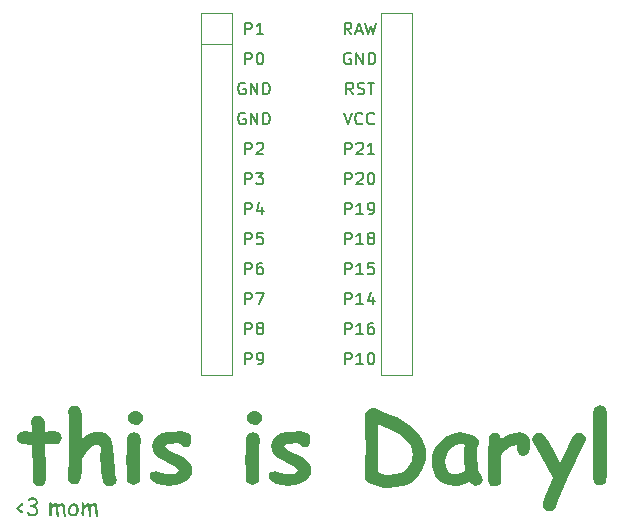
<source format=gto>
%TF.GenerationSoftware,KiCad,Pcbnew,9.0.6*%
%TF.CreationDate,2025-12-10T21:36:36-06:00*%
%TF.ProjectId,keyboard,6b657962-6f61-4726-942e-6b696361645f,v1.0.0*%
%TF.SameCoordinates,Original*%
%TF.FileFunction,Legend,Top*%
%TF.FilePolarity,Positive*%
%FSLAX46Y46*%
G04 Gerber Fmt 4.6, Leading zero omitted, Abs format (unit mm)*
G04 Created by KiCad (PCBNEW 9.0.6) date 2025-12-10 21:36:36*
%MOMM*%
%LPD*%
G01*
G04 APERTURE LIST*
%ADD10C,0.187500*%
%ADD11C,0.300000*%
%ADD12C,0.150000*%
%ADD13C,0.120000*%
G04 APERTURE END LIST*
D10*
G36*
X152305364Y-115114029D02*
G01*
X152364642Y-115163328D01*
X152446781Y-115244546D01*
X152582977Y-115380192D01*
X152611260Y-115414758D01*
X152619888Y-115450076D01*
X152613055Y-115485644D01*
X152592227Y-115516938D01*
X152561928Y-115538652D01*
X152527656Y-115545697D01*
X152499814Y-115540601D01*
X152470320Y-115524082D01*
X152419444Y-115479475D01*
X152295106Y-115353539D01*
X152223070Y-115285720D01*
X152157520Y-115238643D01*
X152097361Y-115208642D01*
X152051097Y-115184105D01*
X152027168Y-115156092D01*
X152019508Y-115123371D01*
X152026346Y-115093097D01*
X152048101Y-115065059D01*
X152090217Y-115038008D01*
X152150542Y-115002577D01*
X152219703Y-114948544D01*
X152299228Y-114871587D01*
X152488271Y-114679887D01*
X152519602Y-114660603D01*
X152549271Y-114654699D01*
X152583657Y-114661633D01*
X152614301Y-114683001D01*
X152635546Y-114713868D01*
X152642511Y-114749221D01*
X152635249Y-114782218D01*
X152611736Y-114814984D01*
X152498438Y-114929970D01*
X152305364Y-115114029D01*
G37*
G36*
X153420027Y-115791894D02*
G01*
X153318547Y-115784353D01*
X153226503Y-115762429D01*
X153142323Y-115726590D01*
X153077401Y-115683837D01*
X153025557Y-115634524D01*
X152985297Y-115578283D01*
X152955844Y-115514190D01*
X152949707Y-115477920D01*
X152957506Y-115440023D01*
X152980940Y-115409043D01*
X153014749Y-115388405D01*
X153053205Y-115381566D01*
X153090615Y-115390718D01*
X153123913Y-115419851D01*
X153171083Y-115491201D01*
X153213940Y-115535260D01*
X153270459Y-115567313D01*
X153336703Y-115585851D01*
X153420119Y-115592592D01*
X153492060Y-115584748D01*
X153556708Y-115561748D01*
X153615849Y-115523166D01*
X153666228Y-115469257D01*
X153695210Y-115410102D01*
X153704967Y-115343373D01*
X153697526Y-115268548D01*
X153676128Y-115203842D01*
X153641075Y-115147168D01*
X153591211Y-115097176D01*
X153520412Y-115052689D01*
X153432803Y-115019936D01*
X153324773Y-115000181D01*
X153270014Y-114988446D01*
X153236403Y-114968994D01*
X153217547Y-114942958D01*
X153211017Y-114908315D01*
X153219546Y-114873761D01*
X153246668Y-114843511D01*
X153300135Y-114816358D01*
X153545141Y-114756091D01*
X153609099Y-114724780D01*
X153651661Y-114687123D01*
X153678605Y-114639663D01*
X153688572Y-114581427D01*
X153681614Y-114525006D01*
X153658789Y-114477479D01*
X153618872Y-114436438D01*
X153565972Y-114406151D01*
X153497388Y-114386436D01*
X153408853Y-114379193D01*
X153340669Y-114387590D01*
X153273573Y-114413265D01*
X153157711Y-114486447D01*
X153124819Y-114503659D01*
X153103397Y-114508154D01*
X153065615Y-114500356D01*
X153033238Y-114476555D01*
X153011207Y-114442465D01*
X153004021Y-114404564D01*
X153011290Y-114369632D01*
X153035206Y-114332852D01*
X153081936Y-114292349D01*
X153160825Y-114247211D01*
X153254196Y-114206928D01*
X153327647Y-114186024D01*
X153385223Y-114179891D01*
X153496218Y-114186821D01*
X153589679Y-114206246D01*
X153668384Y-114236662D01*
X153734643Y-114277344D01*
X153794714Y-114334732D01*
X153837334Y-114402121D01*
X153863672Y-114481496D01*
X153872945Y-114575931D01*
X153864157Y-114670972D01*
X153839772Y-114747005D01*
X153801323Y-114808006D01*
X153748318Y-114856640D01*
X153678314Y-114893935D01*
X153638289Y-114908315D01*
X153724143Y-114948873D01*
X153791135Y-114998922D01*
X153842171Y-115058524D01*
X153878770Y-115128104D01*
X153901725Y-115210342D01*
X153909856Y-115308110D01*
X153900754Y-115406283D01*
X153874183Y-115494913D01*
X153830190Y-115575994D01*
X153767432Y-115650935D01*
X153691901Y-115712879D01*
X153609876Y-115756448D01*
X153519922Y-115782838D01*
X153420027Y-115791894D01*
G37*
G36*
X156151914Y-115832927D02*
G01*
X156113643Y-115827139D01*
X156085886Y-115811126D01*
X156065923Y-115784469D01*
X156053545Y-115743717D01*
X156016634Y-115425896D01*
X155981830Y-115108075D01*
X155967993Y-115038189D01*
X155946933Y-114969681D01*
X155918529Y-114911281D01*
X155893767Y-114884768D01*
X155871188Y-114877449D01*
X155827136Y-114889019D01*
X155729771Y-114941563D01*
X155641229Y-115000046D01*
X155600628Y-115036268D01*
X155605757Y-115227693D01*
X155636440Y-115499535D01*
X155651589Y-115653583D01*
X155655949Y-115765241D01*
X155648711Y-115806571D01*
X155627739Y-115839064D01*
X155596039Y-115860676D01*
X155555565Y-115868098D01*
X155515083Y-115860659D01*
X155483299Y-115838972D01*
X155462402Y-115806386D01*
X155455181Y-115764875D01*
X155449895Y-115626534D01*
X155430085Y-115399610D01*
X155410275Y-115172685D01*
X155404989Y-115034344D01*
X155396305Y-114932797D01*
X155374214Y-114865725D01*
X155304638Y-114906937D01*
X155228768Y-114972520D01*
X155107868Y-115107984D01*
X155055569Y-115172647D01*
X155044303Y-115354364D01*
X155033038Y-115531867D01*
X155042746Y-115618146D01*
X155052455Y-115698196D01*
X155044667Y-115736871D01*
X155021222Y-115768996D01*
X154987242Y-115790584D01*
X154947950Y-115797756D01*
X154911842Y-115790101D01*
X154882254Y-115766888D01*
X154857595Y-115723358D01*
X154839488Y-115650089D01*
X154832178Y-115534340D01*
X154843444Y-115350883D01*
X154854710Y-115167426D01*
X154844910Y-115004486D01*
X154835201Y-114840446D01*
X154841748Y-114738561D01*
X154857991Y-114673899D01*
X154880180Y-114635327D01*
X154906927Y-114614651D01*
X154939706Y-114607805D01*
X154977145Y-114615934D01*
X155012979Y-114641877D01*
X155038309Y-114678406D01*
X155046318Y-114716890D01*
X155041189Y-114777431D01*
X155036060Y-114839897D01*
X155038075Y-114947424D01*
X155078413Y-114877816D01*
X155130317Y-114811867D01*
X155194879Y-114749221D01*
X155267717Y-114695471D01*
X155325110Y-114668407D01*
X155371100Y-114660561D01*
X155445991Y-114670854D01*
X155505817Y-114700096D01*
X155554276Y-114748921D01*
X155592476Y-114821853D01*
X155654856Y-114755829D01*
X155726657Y-114709654D01*
X155808554Y-114681978D01*
X155904985Y-114672285D01*
X155969341Y-114679739D01*
X156023064Y-114701027D01*
X156068579Y-114736090D01*
X156107139Y-114786901D01*
X156138633Y-114857207D01*
X156150952Y-114919203D01*
X156180674Y-115145811D01*
X156209740Y-115352001D01*
X156254405Y-115734283D01*
X156249085Y-115772219D01*
X156226744Y-115804167D01*
X156192864Y-115825654D01*
X156151914Y-115832927D01*
G37*
G36*
X157019701Y-114691688D02*
G01*
X157088540Y-114713816D01*
X157149290Y-114750098D01*
X157203327Y-114801660D01*
X157251190Y-114870946D01*
X157296329Y-114974902D01*
X157323846Y-115095045D01*
X157332157Y-115234654D01*
X157323058Y-115347208D01*
X157299845Y-115448164D01*
X157263241Y-115539232D01*
X157213271Y-115621810D01*
X157155861Y-115688772D01*
X157093360Y-115739078D01*
X157025105Y-115774599D01*
X156949870Y-115796189D01*
X156865958Y-115803618D01*
X156782525Y-115795631D01*
X156706384Y-115772185D01*
X156635876Y-115733100D01*
X156569844Y-115676947D01*
X156510292Y-115602642D01*
X156466041Y-115516284D01*
X156436994Y-115415682D01*
X156424306Y-115297943D01*
X156424319Y-115297669D01*
X156626173Y-115297669D01*
X156636070Y-115393716D01*
X156663520Y-115469546D01*
X156707139Y-115529669D01*
X156755605Y-115568353D01*
X156807971Y-115590867D01*
X156865958Y-115598454D01*
X156933745Y-115589764D01*
X156994181Y-115564139D01*
X157049323Y-115520418D01*
X157097248Y-115458051D01*
X157128224Y-115381634D01*
X157141556Y-115287411D01*
X157137428Y-115143132D01*
X157116971Y-115041486D01*
X157084891Y-114971894D01*
X157043464Y-114926085D01*
X156992093Y-114898905D01*
X156927416Y-114889173D01*
X156856471Y-114897684D01*
X156795125Y-114923514D01*
X156740926Y-114967460D01*
X156692759Y-115032879D01*
X156656219Y-115112549D01*
X156633873Y-115200244D01*
X156626173Y-115297669D01*
X156424319Y-115297669D01*
X156429536Y-115183751D01*
X156450934Y-115078954D01*
X156488006Y-114981934D01*
X156541085Y-114891371D01*
X156604056Y-114815665D01*
X156674270Y-114758424D01*
X156752602Y-114717674D01*
X156840669Y-114692680D01*
X156940696Y-114684009D01*
X157019701Y-114691688D01*
G37*
G36*
X158886457Y-115832927D02*
G01*
X158848186Y-115827139D01*
X158820429Y-115811126D01*
X158800466Y-115784469D01*
X158788088Y-115743717D01*
X158751177Y-115425896D01*
X158716372Y-115108075D01*
X158702536Y-115038189D01*
X158681476Y-114969681D01*
X158653072Y-114911281D01*
X158628310Y-114884768D01*
X158605730Y-114877449D01*
X158561679Y-114889019D01*
X158464314Y-114941563D01*
X158375772Y-115000046D01*
X158335170Y-115036268D01*
X158340300Y-115227693D01*
X158370983Y-115499535D01*
X158386132Y-115653583D01*
X158390491Y-115765241D01*
X158383254Y-115806571D01*
X158362281Y-115839064D01*
X158330581Y-115860676D01*
X158290108Y-115868098D01*
X158249625Y-115860659D01*
X158217842Y-115838972D01*
X158196945Y-115806386D01*
X158189724Y-115764875D01*
X158184438Y-115626534D01*
X158164628Y-115399610D01*
X158144818Y-115172685D01*
X158139532Y-115034344D01*
X158130848Y-114932797D01*
X158108757Y-114865725D01*
X158039181Y-114906937D01*
X157963311Y-114972520D01*
X157842411Y-115107984D01*
X157790112Y-115172647D01*
X157778846Y-115354364D01*
X157767581Y-115531867D01*
X157777289Y-115618146D01*
X157786998Y-115698196D01*
X157779210Y-115736871D01*
X157755765Y-115768996D01*
X157721785Y-115790584D01*
X157682493Y-115797756D01*
X157646385Y-115790101D01*
X157616797Y-115766888D01*
X157592138Y-115723358D01*
X157574031Y-115650089D01*
X157566721Y-115534340D01*
X157577987Y-115350883D01*
X157589253Y-115167426D01*
X157579453Y-115004486D01*
X157569744Y-114840446D01*
X157576291Y-114738561D01*
X157592534Y-114673899D01*
X157614723Y-114635327D01*
X157641470Y-114614651D01*
X157674249Y-114607805D01*
X157711688Y-114615934D01*
X157747522Y-114641877D01*
X157772852Y-114678406D01*
X157780861Y-114716890D01*
X157775732Y-114777431D01*
X157770603Y-114839897D01*
X157772618Y-114947424D01*
X157812956Y-114877816D01*
X157864860Y-114811867D01*
X157929422Y-114749221D01*
X158002260Y-114695471D01*
X158059653Y-114668407D01*
X158105643Y-114660561D01*
X158180534Y-114670854D01*
X158240360Y-114700096D01*
X158288819Y-114748921D01*
X158327019Y-114821853D01*
X158389399Y-114755829D01*
X158461200Y-114709654D01*
X158543096Y-114681978D01*
X158639528Y-114672285D01*
X158703884Y-114679739D01*
X158757606Y-114701027D01*
X158803122Y-114736090D01*
X158841681Y-114786901D01*
X158873176Y-114857207D01*
X158885495Y-114919203D01*
X158915217Y-115145811D01*
X158944283Y-115352001D01*
X158988948Y-115734283D01*
X158983628Y-115772219D01*
X158961287Y-115804167D01*
X158927407Y-115825654D01*
X158886457Y-115832927D01*
G37*
D11*
G36*
X155311566Y-109676859D02*
G01*
X155108600Y-109670997D01*
X154906001Y-109664769D01*
X154516556Y-109697376D01*
X154590561Y-111861123D01*
X154594591Y-112059692D01*
X154598621Y-112295265D01*
X154565958Y-112685457D01*
X154482633Y-112944199D01*
X154362653Y-113108976D01*
X154207226Y-113204450D01*
X154004378Y-113237920D01*
X153793228Y-113202709D01*
X153614933Y-113098702D01*
X153513481Y-112990199D01*
X153454644Y-112868899D01*
X153434682Y-112729773D01*
X153446772Y-112287205D01*
X153459228Y-111844270D01*
X153385223Y-109720823D01*
X152616957Y-109653046D01*
X152380869Y-109594370D01*
X152227815Y-109489066D01*
X152135993Y-109337082D01*
X152102581Y-109121817D01*
X152141790Y-108908803D01*
X152258286Y-108732006D01*
X152434027Y-108612933D01*
X152659822Y-108571905D01*
X153356646Y-108618799D01*
X153336130Y-108188321D01*
X153319644Y-107786420D01*
X153361686Y-107578297D01*
X153487438Y-107409064D01*
X153671628Y-107296918D01*
X153893370Y-107258855D01*
X154097448Y-107294003D01*
X154255525Y-107395219D01*
X154379152Y-107572304D01*
X154465883Y-107853761D01*
X154500069Y-108281744D01*
X154492009Y-108618799D01*
X154906001Y-108571905D01*
X155339898Y-108591203D01*
X155549337Y-108633454D01*
X155730888Y-108739127D01*
X155838188Y-108899149D01*
X155877233Y-109132442D01*
X155836750Y-109347506D01*
X155717131Y-109521521D01*
X155538440Y-109637034D01*
X155311566Y-109676859D01*
G37*
G36*
X157592184Y-109228063D02*
G01*
X157907063Y-108967194D01*
X158233688Y-108787693D01*
X158585627Y-108679019D01*
X158965317Y-108642247D01*
X159315513Y-108671033D01*
X159590637Y-108749912D01*
X159806225Y-108871883D01*
X159973551Y-109036088D01*
X160097014Y-109246100D01*
X160192794Y-109540232D01*
X160252355Y-109942840D01*
X160297418Y-110956570D01*
X160379483Y-111760739D01*
X160445301Y-112201320D01*
X160518702Y-112556849D01*
X160539218Y-112708524D01*
X160519576Y-112853713D01*
X160462264Y-112978467D01*
X160364829Y-113088077D01*
X160176334Y-113200291D01*
X159957065Y-113237920D01*
X159764688Y-113211214D01*
X159617122Y-113136437D01*
X159503195Y-113012729D01*
X159419975Y-112827958D01*
X159332175Y-112460602D01*
X159239724Y-111892997D01*
X159182492Y-111339623D01*
X159166085Y-110941549D01*
X159175976Y-110631971D01*
X159186235Y-110322393D01*
X159178175Y-109969951D01*
X159133833Y-109837280D01*
X159064171Y-109767763D01*
X158964951Y-109744270D01*
X158679316Y-109788030D01*
X158407875Y-109921988D01*
X158141364Y-110161559D01*
X157945273Y-110422569D01*
X157624790Y-110955104D01*
X157600185Y-111980010D01*
X157544856Y-112509886D01*
X157481542Y-112738565D01*
X157350446Y-112928421D01*
X157184837Y-113036490D01*
X156973394Y-113073789D01*
X156757138Y-113035649D01*
X156565265Y-112920282D01*
X156465214Y-112808266D01*
X156406978Y-112683633D01*
X156387212Y-112541461D01*
X156432274Y-112324207D01*
X156452211Y-112132624D01*
X156481367Y-111218520D01*
X156472914Y-110259514D01*
X156489794Y-108478848D01*
X156497854Y-108343660D01*
X156522400Y-107696660D01*
X156483199Y-107321870D01*
X156444364Y-106947079D01*
X156486729Y-106733735D01*
X156612159Y-106564228D01*
X156796293Y-106452649D01*
X157018091Y-106414752D01*
X157204753Y-106442003D01*
X157352677Y-106519617D01*
X157471530Y-106650512D01*
X157563241Y-106848893D01*
X157618183Y-107127298D01*
X157641277Y-107602138D01*
X157616730Y-108433419D01*
X157592184Y-109228063D01*
G37*
G36*
X162157083Y-108056064D02*
G01*
X161912091Y-108011795D01*
X161702058Y-107879110D01*
X161594078Y-107750765D01*
X161530850Y-107608313D01*
X161509351Y-107446434D01*
X161530858Y-107284567D01*
X161594091Y-107142244D01*
X161702058Y-107014124D01*
X161838960Y-106915232D01*
X161989077Y-106856719D01*
X162157083Y-106836803D01*
X162325021Y-106856764D01*
X162474371Y-106915308D01*
X162609909Y-107014124D01*
X162716546Y-107142085D01*
X162779114Y-107284417D01*
X162800418Y-107446434D01*
X162779122Y-107608463D01*
X162716558Y-107750923D01*
X162609909Y-107879110D01*
X162474397Y-107977707D01*
X162325045Y-108036138D01*
X162157083Y-108056064D01*
G37*
G36*
X162505495Y-111056587D02*
G01*
X162519783Y-111805069D01*
X162534071Y-112553551D01*
X162493353Y-112771387D01*
X162373970Y-112944096D01*
X162195456Y-113057906D01*
X161968405Y-113097236D01*
X161741292Y-113057919D01*
X161562473Y-112944096D01*
X161443376Y-112771417D01*
X161402739Y-112553551D01*
X161388450Y-111805069D01*
X161374162Y-111056587D01*
X161415195Y-110145073D01*
X161456228Y-109232826D01*
X161496877Y-109015024D01*
X161615963Y-108842648D01*
X161794811Y-108728541D01*
X162021894Y-108689141D01*
X162248915Y-108728554D01*
X162427459Y-108842648D01*
X162546830Y-109015054D01*
X162587561Y-109232826D01*
X162546528Y-110145073D01*
X162505495Y-111056587D01*
G37*
G36*
X166458565Y-109955296D02*
G01*
X166264277Y-109931970D01*
X166126892Y-109869482D01*
X166031212Y-109771454D01*
X165970935Y-109631064D01*
X165634979Y-109603586D01*
X165087918Y-109633453D01*
X164805163Y-109701114D01*
X164681269Y-109782994D01*
X164646894Y-109874696D01*
X164684306Y-109962028D01*
X164844975Y-110096567D01*
X165241137Y-110305907D01*
X165982112Y-110670860D01*
X166339863Y-110888792D01*
X166616749Y-111128771D01*
X166797747Y-111367325D01*
X166900423Y-111608416D01*
X166934106Y-111858925D01*
X166892687Y-112190529D01*
X166773109Y-112471699D01*
X166573057Y-112714584D01*
X166278314Y-112924678D01*
X165914888Y-113080576D01*
X165486170Y-113179374D01*
X164979187Y-113214473D01*
X164449838Y-113171587D01*
X163983042Y-113048143D01*
X163689352Y-112905389D01*
X163504923Y-112747459D01*
X163402312Y-112574195D01*
X163368283Y-112377697D01*
X163398889Y-112199778D01*
X163482967Y-112079445D01*
X163626470Y-112001875D01*
X163855914Y-111971765D01*
X164062543Y-111996075D01*
X164401064Y-112089002D01*
X164740105Y-112181793D01*
X164950244Y-112206238D01*
X165389532Y-112173333D01*
X165631201Y-112096059D01*
X165748834Y-111994976D01*
X165786287Y-111869549D01*
X165744777Y-111754139D01*
X165582857Y-111605290D01*
X165208531Y-111405732D01*
X164443242Y-111047839D01*
X164126290Y-110867543D01*
X163862099Y-110641127D01*
X163685614Y-110403832D01*
X163582973Y-110151691D01*
X163548534Y-109877260D01*
X163584142Y-109565669D01*
X163685414Y-109307684D01*
X163851432Y-109091175D01*
X164091022Y-108909789D01*
X164421580Y-108763879D01*
X164770621Y-108679031D01*
X165275228Y-108618664D01*
X165978995Y-108595352D01*
X166359879Y-108626178D01*
X166585694Y-108700865D01*
X166732340Y-108817882D01*
X166822775Y-108986187D01*
X166856071Y-109224399D01*
X166821015Y-109594044D01*
X166736044Y-109806960D01*
X166617392Y-109918255D01*
X166458565Y-109955296D01*
G37*
G36*
X172233565Y-108056064D02*
G01*
X171988574Y-108011795D01*
X171778541Y-107879110D01*
X171670561Y-107750765D01*
X171607333Y-107608313D01*
X171585833Y-107446434D01*
X171607341Y-107284567D01*
X171670574Y-107142244D01*
X171778541Y-107014124D01*
X171915443Y-106915232D01*
X172065560Y-106856719D01*
X172233565Y-106836803D01*
X172401504Y-106856764D01*
X172550854Y-106915308D01*
X172686392Y-107014124D01*
X172793029Y-107142085D01*
X172855597Y-107284417D01*
X172876901Y-107446434D01*
X172855605Y-107608463D01*
X172793041Y-107750923D01*
X172686392Y-107879110D01*
X172550880Y-107977707D01*
X172401527Y-108036138D01*
X172233565Y-108056064D01*
G37*
G36*
X172581978Y-111056587D02*
G01*
X172596266Y-111805069D01*
X172610554Y-112553551D01*
X172569836Y-112771387D01*
X172450453Y-112944096D01*
X172271939Y-113057906D01*
X172044888Y-113097236D01*
X171817775Y-113057919D01*
X171638956Y-112944096D01*
X171519859Y-112771417D01*
X171479221Y-112553551D01*
X171464933Y-111805069D01*
X171450645Y-111056587D01*
X171491678Y-110145073D01*
X171532711Y-109232826D01*
X171573360Y-109015024D01*
X171692445Y-108842648D01*
X171871294Y-108728541D01*
X172098377Y-108689141D01*
X172325398Y-108728554D01*
X172503942Y-108842648D01*
X172623313Y-109015054D01*
X172664043Y-109232826D01*
X172623011Y-110145073D01*
X172581978Y-111056587D01*
G37*
G36*
X176535048Y-109955296D02*
G01*
X176340760Y-109931970D01*
X176203375Y-109869482D01*
X176107695Y-109771454D01*
X176047418Y-109631064D01*
X175711461Y-109603586D01*
X175164401Y-109633453D01*
X174881646Y-109701114D01*
X174757752Y-109782994D01*
X174723377Y-109874696D01*
X174760789Y-109962028D01*
X174921458Y-110096567D01*
X175317620Y-110305907D01*
X176058595Y-110670860D01*
X176416346Y-110888792D01*
X176693231Y-111128771D01*
X176874230Y-111367325D01*
X176976906Y-111608416D01*
X177010589Y-111858925D01*
X176969170Y-112190529D01*
X176849592Y-112471699D01*
X176649540Y-112714584D01*
X176354797Y-112924678D01*
X175991371Y-113080576D01*
X175562653Y-113179374D01*
X175055669Y-113214473D01*
X174526321Y-113171587D01*
X174059525Y-113048143D01*
X173765835Y-112905389D01*
X173581406Y-112747459D01*
X173478795Y-112574195D01*
X173444766Y-112377697D01*
X173475372Y-112199778D01*
X173559450Y-112079445D01*
X173702953Y-112001875D01*
X173932397Y-111971765D01*
X174139026Y-111996075D01*
X174477547Y-112089002D01*
X174816588Y-112181793D01*
X175026727Y-112206238D01*
X175466015Y-112173333D01*
X175707684Y-112096059D01*
X175825317Y-111994976D01*
X175862770Y-111869549D01*
X175821259Y-111754139D01*
X175659340Y-111605290D01*
X175285013Y-111405732D01*
X174519725Y-111047839D01*
X174202773Y-110867543D01*
X173938582Y-110641127D01*
X173762097Y-110403832D01*
X173659456Y-110151691D01*
X173625017Y-109877260D01*
X173660625Y-109565669D01*
X173761897Y-109307684D01*
X173927915Y-109091175D01*
X174167505Y-108909789D01*
X174498063Y-108763879D01*
X174847104Y-108679031D01*
X175351711Y-108618664D01*
X176055478Y-108595352D01*
X176436362Y-108626178D01*
X176662177Y-108700865D01*
X176808823Y-108817882D01*
X176899258Y-108986187D01*
X176932554Y-109224399D01*
X176897498Y-109594044D01*
X176812527Y-109806960D01*
X176693875Y-109918255D01*
X176535048Y-109955296D01*
G37*
G36*
X182444051Y-106644768D02*
G01*
X182945324Y-106856221D01*
X183699668Y-107196207D01*
X184287033Y-107421173D01*
X184821345Y-107696646D01*
X185307426Y-108022424D01*
X185749110Y-108399713D01*
X186129561Y-108816264D01*
X186411875Y-109234965D01*
X186607208Y-109659235D01*
X186722751Y-110093938D01*
X186761374Y-110545143D01*
X186722821Y-111008794D01*
X186607536Y-111455885D01*
X186412962Y-111892264D01*
X186150320Y-112299792D01*
X185833211Y-112646046D01*
X185457850Y-112936402D01*
X185114331Y-113116969D01*
X184691575Y-113255521D01*
X184174083Y-113345888D01*
X183543963Y-113378604D01*
X183235169Y-113358685D01*
X182855198Y-113292508D01*
X182413930Y-113162150D01*
X182113311Y-113014071D01*
X181889656Y-112970137D01*
X181707379Y-112848475D01*
X181584511Y-112669583D01*
X181543614Y-112457198D01*
X181555814Y-112071416D01*
X182711584Y-112071416D01*
X182880508Y-112160070D01*
X183078314Y-112225289D01*
X183291933Y-112263173D01*
X183539567Y-112276580D01*
X184131443Y-112242206D01*
X184539231Y-112154265D01*
X184810118Y-112030383D01*
X185035462Y-111857001D01*
X185228150Y-111646309D01*
X185390073Y-111394375D01*
X185510712Y-111119805D01*
X185581831Y-110841917D01*
X185605495Y-110557233D01*
X185562383Y-110179699D01*
X185432912Y-109821796D01*
X185210165Y-109475112D01*
X184878890Y-109134186D01*
X184416643Y-108796852D01*
X183900535Y-108525715D01*
X182711584Y-108009169D01*
X182711584Y-112071416D01*
X181555814Y-112071416D01*
X181582449Y-111229145D01*
X181621284Y-110000725D01*
X181602965Y-108637117D01*
X181584647Y-107273876D01*
X181606389Y-107131540D01*
X181675266Y-106983760D01*
X181801901Y-106825446D01*
X181957070Y-106696859D01*
X182109811Y-106625410D01*
X182264986Y-106602330D01*
X182444051Y-106644768D01*
G37*
G36*
X189979363Y-108710698D02*
G01*
X190277170Y-108780773D01*
X190625418Y-108909326D01*
X190932661Y-109070421D01*
X191117292Y-109224831D01*
X191213996Y-109374061D01*
X191244207Y-109524818D01*
X191220579Y-109662724D01*
X191150052Y-109781639D01*
X191086304Y-110191601D01*
X191063956Y-110768258D01*
X191097374Y-111492483D01*
X191174598Y-111889333D01*
X191363276Y-112313583D01*
X191523011Y-112712920D01*
X191481650Y-112910384D01*
X191357048Y-113071591D01*
X191178068Y-113178825D01*
X190973831Y-113214473D01*
X190854931Y-113187537D01*
X190666559Y-113082336D01*
X190375558Y-112849940D01*
X190006777Y-113013852D01*
X189711339Y-113122149D01*
X189432932Y-113193811D01*
X189223709Y-113214473D01*
X188729795Y-113176323D01*
X188329328Y-113070566D01*
X188004588Y-112905624D01*
X187742131Y-112683244D01*
X187538275Y-112406177D01*
X187384383Y-112059684D01*
X187284520Y-111628584D01*
X187250334Y-111124364D01*
X188383269Y-111124364D01*
X188409192Y-111488115D01*
X188477967Y-111756871D01*
X188580006Y-111952348D01*
X188730001Y-112104279D01*
X188922175Y-112196686D01*
X189170219Y-112229685D01*
X189419157Y-112208380D01*
X189651988Y-112145422D01*
X189871083Y-112042193D01*
X190080268Y-111897027D01*
X189982845Y-110979783D01*
X189957170Y-110434134D01*
X189975488Y-110132250D01*
X190031175Y-109751964D01*
X189885362Y-109692613D01*
X189776919Y-109673928D01*
X189508488Y-109700976D01*
X189259664Y-109781028D01*
X189025146Y-109915881D01*
X188801290Y-110111734D01*
X188615469Y-110343500D01*
X188486420Y-110586905D01*
X188409364Y-110845538D01*
X188383269Y-111124364D01*
X187250334Y-111124364D01*
X187248272Y-111093956D01*
X187277935Y-110705327D01*
X187364921Y-110345991D01*
X187508512Y-110010548D01*
X187711026Y-109694700D01*
X187977704Y-109395491D01*
X188363984Y-109084079D01*
X188778801Y-108865786D01*
X189228933Y-108734130D01*
X189723796Y-108689141D01*
X189979363Y-108710698D01*
G37*
G36*
X195537264Y-110031133D02*
G01*
X195481112Y-110324369D01*
X195368681Y-110510048D01*
X195203558Y-110619252D01*
X194967568Y-110658715D01*
X194733930Y-110622989D01*
X194581365Y-110527704D01*
X194487015Y-110371813D01*
X194451360Y-110130785D01*
X194430844Y-109720823D01*
X194073509Y-109808924D01*
X193769836Y-109946660D01*
X193511398Y-110132807D01*
X193292545Y-110370158D01*
X193110833Y-110665310D01*
X193114863Y-112721713D01*
X193074393Y-112936045D01*
X192955129Y-113107861D01*
X192776585Y-113221955D01*
X192549563Y-113261367D01*
X192387617Y-113241778D01*
X192259074Y-113186800D01*
X192156088Y-113097236D01*
X192059004Y-112932729D01*
X192024930Y-112719881D01*
X192024930Y-110032599D01*
X192032990Y-109653046D01*
X192041416Y-109273492D01*
X192076631Y-109060075D01*
X192178436Y-108889909D01*
X192339664Y-108776654D01*
X192570080Y-108736036D01*
X192778763Y-108766666D01*
X192930780Y-108851254D01*
X193040792Y-108991151D01*
X193110833Y-109203150D01*
X193487322Y-108966025D01*
X193878215Y-108799407D01*
X194287881Y-108699462D01*
X194721737Y-108665694D01*
X194970540Y-108695562D01*
X195164471Y-108778724D01*
X195316766Y-108913421D01*
X195433347Y-109108359D01*
X195511693Y-109381194D01*
X195541294Y-109756360D01*
X195537264Y-110031133D01*
G37*
G36*
X200209874Y-109511629D02*
G01*
X198795708Y-112434117D01*
X198311447Y-113461867D01*
X197996301Y-114208785D01*
X197725924Y-114962763D01*
X197633247Y-115137672D01*
X197517507Y-115254325D01*
X197376303Y-115323832D01*
X197201290Y-115348178D01*
X196981765Y-115310290D01*
X196791329Y-115196870D01*
X196692688Y-115086247D01*
X196634865Y-114961215D01*
X196615108Y-114816584D01*
X196666666Y-114542771D01*
X196903683Y-113882659D01*
X197484124Y-112563443D01*
X196959954Y-111574510D01*
X196053471Y-109950533D01*
X195852704Y-109635460D01*
X195767336Y-109448111D01*
X195742062Y-109292177D01*
X195785029Y-109087046D01*
X195918283Y-108903831D01*
X196109379Y-108777366D01*
X196324214Y-108736036D01*
X196494509Y-108759250D01*
X196632572Y-108825531D01*
X196746266Y-108936437D01*
X197113691Y-109471815D01*
X197561468Y-110229948D01*
X198102913Y-111263217D01*
X198635973Y-110086454D01*
X198932140Y-109494860D01*
X199205669Y-109008611D01*
X199342307Y-108840086D01*
X199500743Y-108744803D01*
X199689270Y-108712588D01*
X199905671Y-108751157D01*
X200099232Y-108868293D01*
X200200675Y-108981824D01*
X200259553Y-109107331D01*
X200279483Y-109249678D01*
X200263376Y-109369556D01*
X200209874Y-109511629D01*
G37*
G36*
X202040596Y-112386489D02*
G01*
X202011271Y-112701684D01*
X201935453Y-112914810D01*
X201823628Y-113054387D01*
X201674411Y-113137749D01*
X201474930Y-113167578D01*
X201248082Y-113127517D01*
X201068998Y-113011140D01*
X200950229Y-112835026D01*
X200909263Y-112608506D01*
X200909263Y-106921800D01*
X200928907Y-106770550D01*
X200985775Y-106642251D01*
X201081454Y-106531256D01*
X201261793Y-106427345D01*
X201487386Y-106391304D01*
X201710834Y-106429027D01*
X201884891Y-106537484D01*
X202000530Y-106703680D01*
X202040596Y-106921800D01*
X202040596Y-112386489D01*
G37*
D12*
X179898180Y-97853901D02*
X179898180Y-96853901D01*
X179898180Y-96853901D02*
X180279132Y-96853901D01*
X180279132Y-96853901D02*
X180374370Y-96901520D01*
X180374370Y-96901520D02*
X180421989Y-96949139D01*
X180421989Y-96949139D02*
X180469608Y-97044377D01*
X180469608Y-97044377D02*
X180469608Y-97187234D01*
X180469608Y-97187234D02*
X180421989Y-97282472D01*
X180421989Y-97282472D02*
X180374370Y-97330091D01*
X180374370Y-97330091D02*
X180279132Y-97377710D01*
X180279132Y-97377710D02*
X179898180Y-97377710D01*
X181421989Y-97853901D02*
X180850561Y-97853901D01*
X181136275Y-97853901D02*
X181136275Y-96853901D01*
X181136275Y-96853901D02*
X181041037Y-96996758D01*
X181041037Y-96996758D02*
X180945799Y-97091996D01*
X180945799Y-97091996D02*
X180850561Y-97139615D01*
X182279132Y-97187234D02*
X182279132Y-97853901D01*
X182041037Y-96806282D02*
X181802942Y-97520567D01*
X181802942Y-97520567D02*
X182421989Y-97520567D01*
X171434371Y-90233901D02*
X171434371Y-89233901D01*
X171434371Y-89233901D02*
X171815323Y-89233901D01*
X171815323Y-89233901D02*
X171910561Y-89281520D01*
X171910561Y-89281520D02*
X171958180Y-89329139D01*
X171958180Y-89329139D02*
X172005799Y-89424377D01*
X172005799Y-89424377D02*
X172005799Y-89567234D01*
X172005799Y-89567234D02*
X171958180Y-89662472D01*
X171958180Y-89662472D02*
X171910561Y-89710091D01*
X171910561Y-89710091D02*
X171815323Y-89757710D01*
X171815323Y-89757710D02*
X171434371Y-89757710D01*
X172862942Y-89567234D02*
X172862942Y-90233901D01*
X172624847Y-89186282D02*
X172386752Y-89900567D01*
X172386752Y-89900567D02*
X173005799Y-89900567D01*
X179898180Y-87693901D02*
X179898180Y-86693901D01*
X179898180Y-86693901D02*
X180279132Y-86693901D01*
X180279132Y-86693901D02*
X180374370Y-86741520D01*
X180374370Y-86741520D02*
X180421989Y-86789139D01*
X180421989Y-86789139D02*
X180469608Y-86884377D01*
X180469608Y-86884377D02*
X180469608Y-87027234D01*
X180469608Y-87027234D02*
X180421989Y-87122472D01*
X180421989Y-87122472D02*
X180374370Y-87170091D01*
X180374370Y-87170091D02*
X180279132Y-87217710D01*
X180279132Y-87217710D02*
X179898180Y-87217710D01*
X180850561Y-86789139D02*
X180898180Y-86741520D01*
X180898180Y-86741520D02*
X180993418Y-86693901D01*
X180993418Y-86693901D02*
X181231513Y-86693901D01*
X181231513Y-86693901D02*
X181326751Y-86741520D01*
X181326751Y-86741520D02*
X181374370Y-86789139D01*
X181374370Y-86789139D02*
X181421989Y-86884377D01*
X181421989Y-86884377D02*
X181421989Y-86979615D01*
X181421989Y-86979615D02*
X181374370Y-87122472D01*
X181374370Y-87122472D02*
X180802942Y-87693901D01*
X180802942Y-87693901D02*
X181421989Y-87693901D01*
X182041037Y-86693901D02*
X182136275Y-86693901D01*
X182136275Y-86693901D02*
X182231513Y-86741520D01*
X182231513Y-86741520D02*
X182279132Y-86789139D01*
X182279132Y-86789139D02*
X182326751Y-86884377D01*
X182326751Y-86884377D02*
X182374370Y-87074853D01*
X182374370Y-87074853D02*
X182374370Y-87312948D01*
X182374370Y-87312948D02*
X182326751Y-87503424D01*
X182326751Y-87503424D02*
X182279132Y-87598662D01*
X182279132Y-87598662D02*
X182231513Y-87646282D01*
X182231513Y-87646282D02*
X182136275Y-87693901D01*
X182136275Y-87693901D02*
X182041037Y-87693901D01*
X182041037Y-87693901D02*
X181945799Y-87646282D01*
X181945799Y-87646282D02*
X181898180Y-87598662D01*
X181898180Y-87598662D02*
X181850561Y-87503424D01*
X181850561Y-87503424D02*
X181802942Y-87312948D01*
X181802942Y-87312948D02*
X181802942Y-87074853D01*
X181802942Y-87074853D02*
X181850561Y-86884377D01*
X181850561Y-86884377D02*
X181898180Y-86789139D01*
X181898180Y-86789139D02*
X181945799Y-86741520D01*
X181945799Y-86741520D02*
X182041037Y-86693901D01*
X171434371Y-77533901D02*
X171434371Y-76533901D01*
X171434371Y-76533901D02*
X171815323Y-76533901D01*
X171815323Y-76533901D02*
X171910561Y-76581520D01*
X171910561Y-76581520D02*
X171958180Y-76629139D01*
X171958180Y-76629139D02*
X172005799Y-76724377D01*
X172005799Y-76724377D02*
X172005799Y-76867234D01*
X172005799Y-76867234D02*
X171958180Y-76962472D01*
X171958180Y-76962472D02*
X171910561Y-77010091D01*
X171910561Y-77010091D02*
X171815323Y-77057710D01*
X171815323Y-77057710D02*
X171434371Y-77057710D01*
X172624847Y-76533901D02*
X172720085Y-76533901D01*
X172720085Y-76533901D02*
X172815323Y-76581520D01*
X172815323Y-76581520D02*
X172862942Y-76629139D01*
X172862942Y-76629139D02*
X172910561Y-76724377D01*
X172910561Y-76724377D02*
X172958180Y-76914853D01*
X172958180Y-76914853D02*
X172958180Y-77152948D01*
X172958180Y-77152948D02*
X172910561Y-77343424D01*
X172910561Y-77343424D02*
X172862942Y-77438662D01*
X172862942Y-77438662D02*
X172815323Y-77486282D01*
X172815323Y-77486282D02*
X172720085Y-77533901D01*
X172720085Y-77533901D02*
X172624847Y-77533901D01*
X172624847Y-77533901D02*
X172529609Y-77486282D01*
X172529609Y-77486282D02*
X172481990Y-77438662D01*
X172481990Y-77438662D02*
X172434371Y-77343424D01*
X172434371Y-77343424D02*
X172386752Y-77152948D01*
X172386752Y-77152948D02*
X172386752Y-76914853D01*
X172386752Y-76914853D02*
X172434371Y-76724377D01*
X172434371Y-76724377D02*
X172481990Y-76629139D01*
X172481990Y-76629139D02*
X172529609Y-76581520D01*
X172529609Y-76581520D02*
X172624847Y-76533901D01*
X171410561Y-79121520D02*
X171315323Y-79073901D01*
X171315323Y-79073901D02*
X171172466Y-79073901D01*
X171172466Y-79073901D02*
X171029609Y-79121520D01*
X171029609Y-79121520D02*
X170934371Y-79216758D01*
X170934371Y-79216758D02*
X170886752Y-79311996D01*
X170886752Y-79311996D02*
X170839133Y-79502472D01*
X170839133Y-79502472D02*
X170839133Y-79645329D01*
X170839133Y-79645329D02*
X170886752Y-79835805D01*
X170886752Y-79835805D02*
X170934371Y-79931043D01*
X170934371Y-79931043D02*
X171029609Y-80026282D01*
X171029609Y-80026282D02*
X171172466Y-80073901D01*
X171172466Y-80073901D02*
X171267704Y-80073901D01*
X171267704Y-80073901D02*
X171410561Y-80026282D01*
X171410561Y-80026282D02*
X171458180Y-79978662D01*
X171458180Y-79978662D02*
X171458180Y-79645329D01*
X171458180Y-79645329D02*
X171267704Y-79645329D01*
X171886752Y-80073901D02*
X171886752Y-79073901D01*
X171886752Y-79073901D02*
X172458180Y-80073901D01*
X172458180Y-80073901D02*
X172458180Y-79073901D01*
X172934371Y-80073901D02*
X172934371Y-79073901D01*
X172934371Y-79073901D02*
X173172466Y-79073901D01*
X173172466Y-79073901D02*
X173315323Y-79121520D01*
X173315323Y-79121520D02*
X173410561Y-79216758D01*
X173410561Y-79216758D02*
X173458180Y-79311996D01*
X173458180Y-79311996D02*
X173505799Y-79502472D01*
X173505799Y-79502472D02*
X173505799Y-79645329D01*
X173505799Y-79645329D02*
X173458180Y-79835805D01*
X173458180Y-79835805D02*
X173410561Y-79931043D01*
X173410561Y-79931043D02*
X173315323Y-80026282D01*
X173315323Y-80026282D02*
X173172466Y-80073901D01*
X173172466Y-80073901D02*
X172934371Y-80073901D01*
X179779133Y-81613903D02*
X180112466Y-82613903D01*
X180112466Y-82613903D02*
X180445799Y-81613903D01*
X181350561Y-82518664D02*
X181302942Y-82566284D01*
X181302942Y-82566284D02*
X181160085Y-82613903D01*
X181160085Y-82613903D02*
X181064847Y-82613903D01*
X181064847Y-82613903D02*
X180921990Y-82566284D01*
X180921990Y-82566284D02*
X180826752Y-82471045D01*
X180826752Y-82471045D02*
X180779133Y-82375807D01*
X180779133Y-82375807D02*
X180731514Y-82185331D01*
X180731514Y-82185331D02*
X180731514Y-82042474D01*
X180731514Y-82042474D02*
X180779133Y-81851998D01*
X180779133Y-81851998D02*
X180826752Y-81756760D01*
X180826752Y-81756760D02*
X180921990Y-81661522D01*
X180921990Y-81661522D02*
X181064847Y-81613903D01*
X181064847Y-81613903D02*
X181160085Y-81613903D01*
X181160085Y-81613903D02*
X181302942Y-81661522D01*
X181302942Y-81661522D02*
X181350561Y-81709141D01*
X182350561Y-82518664D02*
X182302942Y-82566284D01*
X182302942Y-82566284D02*
X182160085Y-82613903D01*
X182160085Y-82613903D02*
X182064847Y-82613903D01*
X182064847Y-82613903D02*
X181921990Y-82566284D01*
X181921990Y-82566284D02*
X181826752Y-82471045D01*
X181826752Y-82471045D02*
X181779133Y-82375807D01*
X181779133Y-82375807D02*
X181731514Y-82185331D01*
X181731514Y-82185331D02*
X181731514Y-82042474D01*
X181731514Y-82042474D02*
X181779133Y-81851998D01*
X181779133Y-81851998D02*
X181826752Y-81756760D01*
X181826752Y-81756760D02*
X181921990Y-81661522D01*
X181921990Y-81661522D02*
X182064847Y-81613903D01*
X182064847Y-81613903D02*
X182160085Y-81613903D01*
X182160085Y-81613903D02*
X182302942Y-81661522D01*
X182302942Y-81661522D02*
X182350561Y-81709141D01*
X171434371Y-85153901D02*
X171434371Y-84153901D01*
X171434371Y-84153901D02*
X171815323Y-84153901D01*
X171815323Y-84153901D02*
X171910561Y-84201520D01*
X171910561Y-84201520D02*
X171958180Y-84249139D01*
X171958180Y-84249139D02*
X172005799Y-84344377D01*
X172005799Y-84344377D02*
X172005799Y-84487234D01*
X172005799Y-84487234D02*
X171958180Y-84582472D01*
X171958180Y-84582472D02*
X171910561Y-84630091D01*
X171910561Y-84630091D02*
X171815323Y-84677710D01*
X171815323Y-84677710D02*
X171434371Y-84677710D01*
X172386752Y-84249139D02*
X172434371Y-84201520D01*
X172434371Y-84201520D02*
X172529609Y-84153901D01*
X172529609Y-84153901D02*
X172767704Y-84153901D01*
X172767704Y-84153901D02*
X172862942Y-84201520D01*
X172862942Y-84201520D02*
X172910561Y-84249139D01*
X172910561Y-84249139D02*
X172958180Y-84344377D01*
X172958180Y-84344377D02*
X172958180Y-84439615D01*
X172958180Y-84439615D02*
X172910561Y-84582472D01*
X172910561Y-84582472D02*
X172339133Y-85153901D01*
X172339133Y-85153901D02*
X172958180Y-85153901D01*
X180564846Y-80073901D02*
X180231513Y-79597710D01*
X179993418Y-80073901D02*
X179993418Y-79073901D01*
X179993418Y-79073901D02*
X180374370Y-79073901D01*
X180374370Y-79073901D02*
X180469608Y-79121520D01*
X180469608Y-79121520D02*
X180517227Y-79169139D01*
X180517227Y-79169139D02*
X180564846Y-79264377D01*
X180564846Y-79264377D02*
X180564846Y-79407234D01*
X180564846Y-79407234D02*
X180517227Y-79502472D01*
X180517227Y-79502472D02*
X180469608Y-79550091D01*
X180469608Y-79550091D02*
X180374370Y-79597710D01*
X180374370Y-79597710D02*
X179993418Y-79597710D01*
X180945799Y-80026282D02*
X181088656Y-80073901D01*
X181088656Y-80073901D02*
X181326751Y-80073901D01*
X181326751Y-80073901D02*
X181421989Y-80026282D01*
X181421989Y-80026282D02*
X181469608Y-79978662D01*
X181469608Y-79978662D02*
X181517227Y-79883424D01*
X181517227Y-79883424D02*
X181517227Y-79788186D01*
X181517227Y-79788186D02*
X181469608Y-79692948D01*
X181469608Y-79692948D02*
X181421989Y-79645329D01*
X181421989Y-79645329D02*
X181326751Y-79597710D01*
X181326751Y-79597710D02*
X181136275Y-79550091D01*
X181136275Y-79550091D02*
X181041037Y-79502472D01*
X181041037Y-79502472D02*
X180993418Y-79454853D01*
X180993418Y-79454853D02*
X180945799Y-79359615D01*
X180945799Y-79359615D02*
X180945799Y-79264377D01*
X180945799Y-79264377D02*
X180993418Y-79169139D01*
X180993418Y-79169139D02*
X181041037Y-79121520D01*
X181041037Y-79121520D02*
X181136275Y-79073901D01*
X181136275Y-79073901D02*
X181374370Y-79073901D01*
X181374370Y-79073901D02*
X181517227Y-79121520D01*
X181802942Y-79073901D02*
X182374370Y-79073901D01*
X182088656Y-80073901D02*
X182088656Y-79073901D01*
X180350561Y-76581520D02*
X180255323Y-76533901D01*
X180255323Y-76533901D02*
X180112466Y-76533901D01*
X180112466Y-76533901D02*
X179969609Y-76581520D01*
X179969609Y-76581520D02*
X179874371Y-76676758D01*
X179874371Y-76676758D02*
X179826752Y-76771996D01*
X179826752Y-76771996D02*
X179779133Y-76962472D01*
X179779133Y-76962472D02*
X179779133Y-77105329D01*
X179779133Y-77105329D02*
X179826752Y-77295805D01*
X179826752Y-77295805D02*
X179874371Y-77391043D01*
X179874371Y-77391043D02*
X179969609Y-77486282D01*
X179969609Y-77486282D02*
X180112466Y-77533901D01*
X180112466Y-77533901D02*
X180207704Y-77533901D01*
X180207704Y-77533901D02*
X180350561Y-77486282D01*
X180350561Y-77486282D02*
X180398180Y-77438662D01*
X180398180Y-77438662D02*
X180398180Y-77105329D01*
X180398180Y-77105329D02*
X180207704Y-77105329D01*
X180826752Y-77533901D02*
X180826752Y-76533901D01*
X180826752Y-76533901D02*
X181398180Y-77533901D01*
X181398180Y-77533901D02*
X181398180Y-76533901D01*
X181874371Y-77533901D02*
X181874371Y-76533901D01*
X181874371Y-76533901D02*
X182112466Y-76533901D01*
X182112466Y-76533901D02*
X182255323Y-76581520D01*
X182255323Y-76581520D02*
X182350561Y-76676758D01*
X182350561Y-76676758D02*
X182398180Y-76771996D01*
X182398180Y-76771996D02*
X182445799Y-76962472D01*
X182445799Y-76962472D02*
X182445799Y-77105329D01*
X182445799Y-77105329D02*
X182398180Y-77295805D01*
X182398180Y-77295805D02*
X182350561Y-77391043D01*
X182350561Y-77391043D02*
X182255323Y-77486282D01*
X182255323Y-77486282D02*
X182112466Y-77533901D01*
X182112466Y-77533901D02*
X181874371Y-77533901D01*
X171434370Y-74993901D02*
X171434370Y-73993901D01*
X171434370Y-73993901D02*
X171815322Y-73993901D01*
X171815322Y-73993901D02*
X171910560Y-74041520D01*
X171910560Y-74041520D02*
X171958179Y-74089139D01*
X171958179Y-74089139D02*
X172005798Y-74184377D01*
X172005798Y-74184377D02*
X172005798Y-74327234D01*
X172005798Y-74327234D02*
X171958179Y-74422472D01*
X171958179Y-74422472D02*
X171910560Y-74470091D01*
X171910560Y-74470091D02*
X171815322Y-74517710D01*
X171815322Y-74517710D02*
X171434370Y-74517710D01*
X172958179Y-74993901D02*
X172386751Y-74993901D01*
X172672465Y-74993901D02*
X172672465Y-73993901D01*
X172672465Y-73993901D02*
X172577227Y-74136758D01*
X172577227Y-74136758D02*
X172481989Y-74231996D01*
X172481989Y-74231996D02*
X172386751Y-74279615D01*
X171410561Y-81661522D02*
X171315323Y-81613903D01*
X171315323Y-81613903D02*
X171172466Y-81613903D01*
X171172466Y-81613903D02*
X171029609Y-81661522D01*
X171029609Y-81661522D02*
X170934371Y-81756760D01*
X170934371Y-81756760D02*
X170886752Y-81851998D01*
X170886752Y-81851998D02*
X170839133Y-82042474D01*
X170839133Y-82042474D02*
X170839133Y-82185331D01*
X170839133Y-82185331D02*
X170886752Y-82375807D01*
X170886752Y-82375807D02*
X170934371Y-82471045D01*
X170934371Y-82471045D02*
X171029609Y-82566284D01*
X171029609Y-82566284D02*
X171172466Y-82613903D01*
X171172466Y-82613903D02*
X171267704Y-82613903D01*
X171267704Y-82613903D02*
X171410561Y-82566284D01*
X171410561Y-82566284D02*
X171458180Y-82518664D01*
X171458180Y-82518664D02*
X171458180Y-82185331D01*
X171458180Y-82185331D02*
X171267704Y-82185331D01*
X171886752Y-82613903D02*
X171886752Y-81613903D01*
X171886752Y-81613903D02*
X172458180Y-82613903D01*
X172458180Y-82613903D02*
X172458180Y-81613903D01*
X172934371Y-82613903D02*
X172934371Y-81613903D01*
X172934371Y-81613903D02*
X173172466Y-81613903D01*
X173172466Y-81613903D02*
X173315323Y-81661522D01*
X173315323Y-81661522D02*
X173410561Y-81756760D01*
X173410561Y-81756760D02*
X173458180Y-81851998D01*
X173458180Y-81851998D02*
X173505799Y-82042474D01*
X173505799Y-82042474D02*
X173505799Y-82185331D01*
X173505799Y-82185331D02*
X173458180Y-82375807D01*
X173458180Y-82375807D02*
X173410561Y-82471045D01*
X173410561Y-82471045D02*
X173315323Y-82566284D01*
X173315323Y-82566284D02*
X173172466Y-82613903D01*
X173172466Y-82613903D02*
X172934371Y-82613903D01*
X179898180Y-85153901D02*
X179898180Y-84153901D01*
X179898180Y-84153901D02*
X180279132Y-84153901D01*
X180279132Y-84153901D02*
X180374370Y-84201520D01*
X180374370Y-84201520D02*
X180421989Y-84249139D01*
X180421989Y-84249139D02*
X180469608Y-84344377D01*
X180469608Y-84344377D02*
X180469608Y-84487234D01*
X180469608Y-84487234D02*
X180421989Y-84582472D01*
X180421989Y-84582472D02*
X180374370Y-84630091D01*
X180374370Y-84630091D02*
X180279132Y-84677710D01*
X180279132Y-84677710D02*
X179898180Y-84677710D01*
X180850561Y-84249139D02*
X180898180Y-84201520D01*
X180898180Y-84201520D02*
X180993418Y-84153901D01*
X180993418Y-84153901D02*
X181231513Y-84153901D01*
X181231513Y-84153901D02*
X181326751Y-84201520D01*
X181326751Y-84201520D02*
X181374370Y-84249139D01*
X181374370Y-84249139D02*
X181421989Y-84344377D01*
X181421989Y-84344377D02*
X181421989Y-84439615D01*
X181421989Y-84439615D02*
X181374370Y-84582472D01*
X181374370Y-84582472D02*
X180802942Y-85153901D01*
X180802942Y-85153901D02*
X181421989Y-85153901D01*
X182374370Y-85153901D02*
X181802942Y-85153901D01*
X182088656Y-85153901D02*
X182088656Y-84153901D01*
X182088656Y-84153901D02*
X181993418Y-84296758D01*
X181993418Y-84296758D02*
X181898180Y-84391996D01*
X181898180Y-84391996D02*
X181802942Y-84439615D01*
X179898180Y-95313901D02*
X179898180Y-94313901D01*
X179898180Y-94313901D02*
X180279132Y-94313901D01*
X180279132Y-94313901D02*
X180374370Y-94361520D01*
X180374370Y-94361520D02*
X180421989Y-94409139D01*
X180421989Y-94409139D02*
X180469608Y-94504377D01*
X180469608Y-94504377D02*
X180469608Y-94647234D01*
X180469608Y-94647234D02*
X180421989Y-94742472D01*
X180421989Y-94742472D02*
X180374370Y-94790091D01*
X180374370Y-94790091D02*
X180279132Y-94837710D01*
X180279132Y-94837710D02*
X179898180Y-94837710D01*
X181421989Y-95313901D02*
X180850561Y-95313901D01*
X181136275Y-95313901D02*
X181136275Y-94313901D01*
X181136275Y-94313901D02*
X181041037Y-94456758D01*
X181041037Y-94456758D02*
X180945799Y-94551996D01*
X180945799Y-94551996D02*
X180850561Y-94599615D01*
X182326751Y-94313901D02*
X181850561Y-94313901D01*
X181850561Y-94313901D02*
X181802942Y-94790091D01*
X181802942Y-94790091D02*
X181850561Y-94742472D01*
X181850561Y-94742472D02*
X181945799Y-94694853D01*
X181945799Y-94694853D02*
X182183894Y-94694853D01*
X182183894Y-94694853D02*
X182279132Y-94742472D01*
X182279132Y-94742472D02*
X182326751Y-94790091D01*
X182326751Y-94790091D02*
X182374370Y-94885329D01*
X182374370Y-94885329D02*
X182374370Y-95123424D01*
X182374370Y-95123424D02*
X182326751Y-95218662D01*
X182326751Y-95218662D02*
X182279132Y-95266282D01*
X182279132Y-95266282D02*
X182183894Y-95313901D01*
X182183894Y-95313901D02*
X181945799Y-95313901D01*
X181945799Y-95313901D02*
X181850561Y-95266282D01*
X181850561Y-95266282D02*
X181802942Y-95218662D01*
X171434371Y-95313901D02*
X171434371Y-94313901D01*
X171434371Y-94313901D02*
X171815323Y-94313901D01*
X171815323Y-94313901D02*
X171910561Y-94361520D01*
X171910561Y-94361520D02*
X171958180Y-94409139D01*
X171958180Y-94409139D02*
X172005799Y-94504377D01*
X172005799Y-94504377D02*
X172005799Y-94647234D01*
X172005799Y-94647234D02*
X171958180Y-94742472D01*
X171958180Y-94742472D02*
X171910561Y-94790091D01*
X171910561Y-94790091D02*
X171815323Y-94837710D01*
X171815323Y-94837710D02*
X171434371Y-94837710D01*
X172862942Y-94313901D02*
X172672466Y-94313901D01*
X172672466Y-94313901D02*
X172577228Y-94361520D01*
X172577228Y-94361520D02*
X172529609Y-94409139D01*
X172529609Y-94409139D02*
X172434371Y-94551996D01*
X172434371Y-94551996D02*
X172386752Y-94742472D01*
X172386752Y-94742472D02*
X172386752Y-95123424D01*
X172386752Y-95123424D02*
X172434371Y-95218662D01*
X172434371Y-95218662D02*
X172481990Y-95266282D01*
X172481990Y-95266282D02*
X172577228Y-95313901D01*
X172577228Y-95313901D02*
X172767704Y-95313901D01*
X172767704Y-95313901D02*
X172862942Y-95266282D01*
X172862942Y-95266282D02*
X172910561Y-95218662D01*
X172910561Y-95218662D02*
X172958180Y-95123424D01*
X172958180Y-95123424D02*
X172958180Y-94885329D01*
X172958180Y-94885329D02*
X172910561Y-94790091D01*
X172910561Y-94790091D02*
X172862942Y-94742472D01*
X172862942Y-94742472D02*
X172767704Y-94694853D01*
X172767704Y-94694853D02*
X172577228Y-94694853D01*
X172577228Y-94694853D02*
X172481990Y-94742472D01*
X172481990Y-94742472D02*
X172434371Y-94790091D01*
X172434371Y-94790091D02*
X172386752Y-94885329D01*
X179898181Y-100393901D02*
X179898181Y-99393901D01*
X179898181Y-99393901D02*
X180279133Y-99393901D01*
X180279133Y-99393901D02*
X180374371Y-99441520D01*
X180374371Y-99441520D02*
X180421990Y-99489139D01*
X180421990Y-99489139D02*
X180469609Y-99584377D01*
X180469609Y-99584377D02*
X180469609Y-99727234D01*
X180469609Y-99727234D02*
X180421990Y-99822472D01*
X180421990Y-99822472D02*
X180374371Y-99870091D01*
X180374371Y-99870091D02*
X180279133Y-99917710D01*
X180279133Y-99917710D02*
X179898181Y-99917710D01*
X181421990Y-100393901D02*
X180850562Y-100393901D01*
X181136276Y-100393901D02*
X181136276Y-99393901D01*
X181136276Y-99393901D02*
X181041038Y-99536758D01*
X181041038Y-99536758D02*
X180945800Y-99631996D01*
X180945800Y-99631996D02*
X180850562Y-99679615D01*
X182279133Y-99393901D02*
X182088657Y-99393901D01*
X182088657Y-99393901D02*
X181993419Y-99441520D01*
X181993419Y-99441520D02*
X181945800Y-99489139D01*
X181945800Y-99489139D02*
X181850562Y-99631996D01*
X181850562Y-99631996D02*
X181802943Y-99822472D01*
X181802943Y-99822472D02*
X181802943Y-100203424D01*
X181802943Y-100203424D02*
X181850562Y-100298662D01*
X181850562Y-100298662D02*
X181898181Y-100346282D01*
X181898181Y-100346282D02*
X181993419Y-100393901D01*
X181993419Y-100393901D02*
X182183895Y-100393901D01*
X182183895Y-100393901D02*
X182279133Y-100346282D01*
X182279133Y-100346282D02*
X182326752Y-100298662D01*
X182326752Y-100298662D02*
X182374371Y-100203424D01*
X182374371Y-100203424D02*
X182374371Y-99965329D01*
X182374371Y-99965329D02*
X182326752Y-99870091D01*
X182326752Y-99870091D02*
X182279133Y-99822472D01*
X182279133Y-99822472D02*
X182183895Y-99774853D01*
X182183895Y-99774853D02*
X181993419Y-99774853D01*
X181993419Y-99774853D02*
X181898181Y-99822472D01*
X181898181Y-99822472D02*
X181850562Y-99870091D01*
X181850562Y-99870091D02*
X181802943Y-99965329D01*
X179898180Y-90233901D02*
X179898180Y-89233901D01*
X179898180Y-89233901D02*
X180279132Y-89233901D01*
X180279132Y-89233901D02*
X180374370Y-89281520D01*
X180374370Y-89281520D02*
X180421989Y-89329139D01*
X180421989Y-89329139D02*
X180469608Y-89424377D01*
X180469608Y-89424377D02*
X180469608Y-89567234D01*
X180469608Y-89567234D02*
X180421989Y-89662472D01*
X180421989Y-89662472D02*
X180374370Y-89710091D01*
X180374370Y-89710091D02*
X180279132Y-89757710D01*
X180279132Y-89757710D02*
X179898180Y-89757710D01*
X181421989Y-90233901D02*
X180850561Y-90233901D01*
X181136275Y-90233901D02*
X181136275Y-89233901D01*
X181136275Y-89233901D02*
X181041037Y-89376758D01*
X181041037Y-89376758D02*
X180945799Y-89471996D01*
X180945799Y-89471996D02*
X180850561Y-89519615D01*
X181898180Y-90233901D02*
X182088656Y-90233901D01*
X182088656Y-90233901D02*
X182183894Y-90186282D01*
X182183894Y-90186282D02*
X182231513Y-90138662D01*
X182231513Y-90138662D02*
X182326751Y-89995805D01*
X182326751Y-89995805D02*
X182374370Y-89805329D01*
X182374370Y-89805329D02*
X182374370Y-89424377D01*
X182374370Y-89424377D02*
X182326751Y-89329139D01*
X182326751Y-89329139D02*
X182279132Y-89281520D01*
X182279132Y-89281520D02*
X182183894Y-89233901D01*
X182183894Y-89233901D02*
X181993418Y-89233901D01*
X181993418Y-89233901D02*
X181898180Y-89281520D01*
X181898180Y-89281520D02*
X181850561Y-89329139D01*
X181850561Y-89329139D02*
X181802942Y-89424377D01*
X181802942Y-89424377D02*
X181802942Y-89662472D01*
X181802942Y-89662472D02*
X181850561Y-89757710D01*
X181850561Y-89757710D02*
X181898180Y-89805329D01*
X181898180Y-89805329D02*
X181993418Y-89852948D01*
X181993418Y-89852948D02*
X182183894Y-89852948D01*
X182183894Y-89852948D02*
X182279132Y-89805329D01*
X182279132Y-89805329D02*
X182326751Y-89757710D01*
X182326751Y-89757710D02*
X182374370Y-89662472D01*
X180421990Y-74993901D02*
X180088657Y-74517710D01*
X179850562Y-74993901D02*
X179850562Y-73993901D01*
X179850562Y-73993901D02*
X180231514Y-73993901D01*
X180231514Y-73993901D02*
X180326752Y-74041520D01*
X180326752Y-74041520D02*
X180374371Y-74089139D01*
X180374371Y-74089139D02*
X180421990Y-74184377D01*
X180421990Y-74184377D02*
X180421990Y-74327234D01*
X180421990Y-74327234D02*
X180374371Y-74422472D01*
X180374371Y-74422472D02*
X180326752Y-74470091D01*
X180326752Y-74470091D02*
X180231514Y-74517710D01*
X180231514Y-74517710D02*
X179850562Y-74517710D01*
X180802943Y-74708186D02*
X181279133Y-74708186D01*
X180707705Y-74993901D02*
X181041038Y-73993901D01*
X181041038Y-73993901D02*
X181374371Y-74993901D01*
X181612467Y-73993901D02*
X181850562Y-74993901D01*
X181850562Y-74993901D02*
X182041038Y-74279615D01*
X182041038Y-74279615D02*
X182231514Y-74993901D01*
X182231514Y-74993901D02*
X182469610Y-73993901D01*
X179898180Y-102933901D02*
X179898180Y-101933901D01*
X179898180Y-101933901D02*
X180279132Y-101933901D01*
X180279132Y-101933901D02*
X180374370Y-101981520D01*
X180374370Y-101981520D02*
X180421989Y-102029139D01*
X180421989Y-102029139D02*
X180469608Y-102124377D01*
X180469608Y-102124377D02*
X180469608Y-102267234D01*
X180469608Y-102267234D02*
X180421989Y-102362472D01*
X180421989Y-102362472D02*
X180374370Y-102410091D01*
X180374370Y-102410091D02*
X180279132Y-102457710D01*
X180279132Y-102457710D02*
X179898180Y-102457710D01*
X181421989Y-102933901D02*
X180850561Y-102933901D01*
X181136275Y-102933901D02*
X181136275Y-101933901D01*
X181136275Y-101933901D02*
X181041037Y-102076758D01*
X181041037Y-102076758D02*
X180945799Y-102171996D01*
X180945799Y-102171996D02*
X180850561Y-102219615D01*
X182041037Y-101933901D02*
X182136275Y-101933901D01*
X182136275Y-101933901D02*
X182231513Y-101981520D01*
X182231513Y-101981520D02*
X182279132Y-102029139D01*
X182279132Y-102029139D02*
X182326751Y-102124377D01*
X182326751Y-102124377D02*
X182374370Y-102314853D01*
X182374370Y-102314853D02*
X182374370Y-102552948D01*
X182374370Y-102552948D02*
X182326751Y-102743424D01*
X182326751Y-102743424D02*
X182279132Y-102838662D01*
X182279132Y-102838662D02*
X182231513Y-102886282D01*
X182231513Y-102886282D02*
X182136275Y-102933901D01*
X182136275Y-102933901D02*
X182041037Y-102933901D01*
X182041037Y-102933901D02*
X181945799Y-102886282D01*
X181945799Y-102886282D02*
X181898180Y-102838662D01*
X181898180Y-102838662D02*
X181850561Y-102743424D01*
X181850561Y-102743424D02*
X181802942Y-102552948D01*
X181802942Y-102552948D02*
X181802942Y-102314853D01*
X181802942Y-102314853D02*
X181850561Y-102124377D01*
X181850561Y-102124377D02*
X181898180Y-102029139D01*
X181898180Y-102029139D02*
X181945799Y-101981520D01*
X181945799Y-101981520D02*
X182041037Y-101933901D01*
X171434371Y-87693901D02*
X171434371Y-86693901D01*
X171434371Y-86693901D02*
X171815323Y-86693901D01*
X171815323Y-86693901D02*
X171910561Y-86741520D01*
X171910561Y-86741520D02*
X171958180Y-86789139D01*
X171958180Y-86789139D02*
X172005799Y-86884377D01*
X172005799Y-86884377D02*
X172005799Y-87027234D01*
X172005799Y-87027234D02*
X171958180Y-87122472D01*
X171958180Y-87122472D02*
X171910561Y-87170091D01*
X171910561Y-87170091D02*
X171815323Y-87217710D01*
X171815323Y-87217710D02*
X171434371Y-87217710D01*
X172339133Y-86693901D02*
X172958180Y-86693901D01*
X172958180Y-86693901D02*
X172624847Y-87074853D01*
X172624847Y-87074853D02*
X172767704Y-87074853D01*
X172767704Y-87074853D02*
X172862942Y-87122472D01*
X172862942Y-87122472D02*
X172910561Y-87170091D01*
X172910561Y-87170091D02*
X172958180Y-87265329D01*
X172958180Y-87265329D02*
X172958180Y-87503424D01*
X172958180Y-87503424D02*
X172910561Y-87598662D01*
X172910561Y-87598662D02*
X172862942Y-87646282D01*
X172862942Y-87646282D02*
X172767704Y-87693901D01*
X172767704Y-87693901D02*
X172481990Y-87693901D01*
X172481990Y-87693901D02*
X172386752Y-87646282D01*
X172386752Y-87646282D02*
X172339133Y-87598662D01*
X179898180Y-92773899D02*
X179898180Y-91773899D01*
X179898180Y-91773899D02*
X180279132Y-91773899D01*
X180279132Y-91773899D02*
X180374370Y-91821518D01*
X180374370Y-91821518D02*
X180421989Y-91869137D01*
X180421989Y-91869137D02*
X180469608Y-91964375D01*
X180469608Y-91964375D02*
X180469608Y-92107232D01*
X180469608Y-92107232D02*
X180421989Y-92202470D01*
X180421989Y-92202470D02*
X180374370Y-92250089D01*
X180374370Y-92250089D02*
X180279132Y-92297708D01*
X180279132Y-92297708D02*
X179898180Y-92297708D01*
X181421989Y-92773899D02*
X180850561Y-92773899D01*
X181136275Y-92773899D02*
X181136275Y-91773899D01*
X181136275Y-91773899D02*
X181041037Y-91916756D01*
X181041037Y-91916756D02*
X180945799Y-92011994D01*
X180945799Y-92011994D02*
X180850561Y-92059613D01*
X181993418Y-92202470D02*
X181898180Y-92154851D01*
X181898180Y-92154851D02*
X181850561Y-92107232D01*
X181850561Y-92107232D02*
X181802942Y-92011994D01*
X181802942Y-92011994D02*
X181802942Y-91964375D01*
X181802942Y-91964375D02*
X181850561Y-91869137D01*
X181850561Y-91869137D02*
X181898180Y-91821518D01*
X181898180Y-91821518D02*
X181993418Y-91773899D01*
X181993418Y-91773899D02*
X182183894Y-91773899D01*
X182183894Y-91773899D02*
X182279132Y-91821518D01*
X182279132Y-91821518D02*
X182326751Y-91869137D01*
X182326751Y-91869137D02*
X182374370Y-91964375D01*
X182374370Y-91964375D02*
X182374370Y-92011994D01*
X182374370Y-92011994D02*
X182326751Y-92107232D01*
X182326751Y-92107232D02*
X182279132Y-92154851D01*
X182279132Y-92154851D02*
X182183894Y-92202470D01*
X182183894Y-92202470D02*
X181993418Y-92202470D01*
X181993418Y-92202470D02*
X181898180Y-92250089D01*
X181898180Y-92250089D02*
X181850561Y-92297708D01*
X181850561Y-92297708D02*
X181802942Y-92392946D01*
X181802942Y-92392946D02*
X181802942Y-92583422D01*
X181802942Y-92583422D02*
X181850561Y-92678660D01*
X181850561Y-92678660D02*
X181898180Y-92726280D01*
X181898180Y-92726280D02*
X181993418Y-92773899D01*
X181993418Y-92773899D02*
X182183894Y-92773899D01*
X182183894Y-92773899D02*
X182279132Y-92726280D01*
X182279132Y-92726280D02*
X182326751Y-92678660D01*
X182326751Y-92678660D02*
X182374370Y-92583422D01*
X182374370Y-92583422D02*
X182374370Y-92392946D01*
X182374370Y-92392946D02*
X182326751Y-92297708D01*
X182326751Y-92297708D02*
X182279132Y-92250089D01*
X182279132Y-92250089D02*
X182183894Y-92202470D01*
X171434371Y-92773899D02*
X171434371Y-91773899D01*
X171434371Y-91773899D02*
X171815323Y-91773899D01*
X171815323Y-91773899D02*
X171910561Y-91821518D01*
X171910561Y-91821518D02*
X171958180Y-91869137D01*
X171958180Y-91869137D02*
X172005799Y-91964375D01*
X172005799Y-91964375D02*
X172005799Y-92107232D01*
X172005799Y-92107232D02*
X171958180Y-92202470D01*
X171958180Y-92202470D02*
X171910561Y-92250089D01*
X171910561Y-92250089D02*
X171815323Y-92297708D01*
X171815323Y-92297708D02*
X171434371Y-92297708D01*
X172910561Y-91773899D02*
X172434371Y-91773899D01*
X172434371Y-91773899D02*
X172386752Y-92250089D01*
X172386752Y-92250089D02*
X172434371Y-92202470D01*
X172434371Y-92202470D02*
X172529609Y-92154851D01*
X172529609Y-92154851D02*
X172767704Y-92154851D01*
X172767704Y-92154851D02*
X172862942Y-92202470D01*
X172862942Y-92202470D02*
X172910561Y-92250089D01*
X172910561Y-92250089D02*
X172958180Y-92345327D01*
X172958180Y-92345327D02*
X172958180Y-92583422D01*
X172958180Y-92583422D02*
X172910561Y-92678660D01*
X172910561Y-92678660D02*
X172862942Y-92726280D01*
X172862942Y-92726280D02*
X172767704Y-92773899D01*
X172767704Y-92773899D02*
X172529609Y-92773899D01*
X172529609Y-92773899D02*
X172434371Y-92726280D01*
X172434371Y-92726280D02*
X172386752Y-92678660D01*
X171434371Y-102933901D02*
X171434371Y-101933901D01*
X171434371Y-101933901D02*
X171815323Y-101933901D01*
X171815323Y-101933901D02*
X171910561Y-101981520D01*
X171910561Y-101981520D02*
X171958180Y-102029139D01*
X171958180Y-102029139D02*
X172005799Y-102124377D01*
X172005799Y-102124377D02*
X172005799Y-102267234D01*
X172005799Y-102267234D02*
X171958180Y-102362472D01*
X171958180Y-102362472D02*
X171910561Y-102410091D01*
X171910561Y-102410091D02*
X171815323Y-102457710D01*
X171815323Y-102457710D02*
X171434371Y-102457710D01*
X172481990Y-102933901D02*
X172672466Y-102933901D01*
X172672466Y-102933901D02*
X172767704Y-102886282D01*
X172767704Y-102886282D02*
X172815323Y-102838662D01*
X172815323Y-102838662D02*
X172910561Y-102695805D01*
X172910561Y-102695805D02*
X172958180Y-102505329D01*
X172958180Y-102505329D02*
X172958180Y-102124377D01*
X172958180Y-102124377D02*
X172910561Y-102029139D01*
X172910561Y-102029139D02*
X172862942Y-101981520D01*
X172862942Y-101981520D02*
X172767704Y-101933901D01*
X172767704Y-101933901D02*
X172577228Y-101933901D01*
X172577228Y-101933901D02*
X172481990Y-101981520D01*
X172481990Y-101981520D02*
X172434371Y-102029139D01*
X172434371Y-102029139D02*
X172386752Y-102124377D01*
X172386752Y-102124377D02*
X172386752Y-102362472D01*
X172386752Y-102362472D02*
X172434371Y-102457710D01*
X172434371Y-102457710D02*
X172481990Y-102505329D01*
X172481990Y-102505329D02*
X172577228Y-102552948D01*
X172577228Y-102552948D02*
X172767704Y-102552948D01*
X172767704Y-102552948D02*
X172862942Y-102505329D01*
X172862942Y-102505329D02*
X172910561Y-102457710D01*
X172910561Y-102457710D02*
X172958180Y-102362472D01*
X171434370Y-100393901D02*
X171434370Y-99393901D01*
X171434370Y-99393901D02*
X171815322Y-99393901D01*
X171815322Y-99393901D02*
X171910560Y-99441520D01*
X171910560Y-99441520D02*
X171958179Y-99489139D01*
X171958179Y-99489139D02*
X172005798Y-99584377D01*
X172005798Y-99584377D02*
X172005798Y-99727234D01*
X172005798Y-99727234D02*
X171958179Y-99822472D01*
X171958179Y-99822472D02*
X171910560Y-99870091D01*
X171910560Y-99870091D02*
X171815322Y-99917710D01*
X171815322Y-99917710D02*
X171434370Y-99917710D01*
X172577227Y-99822472D02*
X172481989Y-99774853D01*
X172481989Y-99774853D02*
X172434370Y-99727234D01*
X172434370Y-99727234D02*
X172386751Y-99631996D01*
X172386751Y-99631996D02*
X172386751Y-99584377D01*
X172386751Y-99584377D02*
X172434370Y-99489139D01*
X172434370Y-99489139D02*
X172481989Y-99441520D01*
X172481989Y-99441520D02*
X172577227Y-99393901D01*
X172577227Y-99393901D02*
X172767703Y-99393901D01*
X172767703Y-99393901D02*
X172862941Y-99441520D01*
X172862941Y-99441520D02*
X172910560Y-99489139D01*
X172910560Y-99489139D02*
X172958179Y-99584377D01*
X172958179Y-99584377D02*
X172958179Y-99631996D01*
X172958179Y-99631996D02*
X172910560Y-99727234D01*
X172910560Y-99727234D02*
X172862941Y-99774853D01*
X172862941Y-99774853D02*
X172767703Y-99822472D01*
X172767703Y-99822472D02*
X172577227Y-99822472D01*
X172577227Y-99822472D02*
X172481989Y-99870091D01*
X172481989Y-99870091D02*
X172434370Y-99917710D01*
X172434370Y-99917710D02*
X172386751Y-100012948D01*
X172386751Y-100012948D02*
X172386751Y-100203424D01*
X172386751Y-100203424D02*
X172434370Y-100298662D01*
X172434370Y-100298662D02*
X172481989Y-100346282D01*
X172481989Y-100346282D02*
X172577227Y-100393901D01*
X172577227Y-100393901D02*
X172767703Y-100393901D01*
X172767703Y-100393901D02*
X172862941Y-100346282D01*
X172862941Y-100346282D02*
X172910560Y-100298662D01*
X172910560Y-100298662D02*
X172958179Y-100203424D01*
X172958179Y-100203424D02*
X172958179Y-100012948D01*
X172958179Y-100012948D02*
X172910560Y-99917710D01*
X172910560Y-99917710D02*
X172862941Y-99870091D01*
X172862941Y-99870091D02*
X172767703Y-99822472D01*
X171434371Y-97853901D02*
X171434371Y-96853901D01*
X171434371Y-96853901D02*
X171815323Y-96853901D01*
X171815323Y-96853901D02*
X171910561Y-96901520D01*
X171910561Y-96901520D02*
X171958180Y-96949139D01*
X171958180Y-96949139D02*
X172005799Y-97044377D01*
X172005799Y-97044377D02*
X172005799Y-97187234D01*
X172005799Y-97187234D02*
X171958180Y-97282472D01*
X171958180Y-97282472D02*
X171910561Y-97330091D01*
X171910561Y-97330091D02*
X171815323Y-97377710D01*
X171815323Y-97377710D02*
X171434371Y-97377710D01*
X172339133Y-96853901D02*
X173005799Y-96853901D01*
X173005799Y-96853901D02*
X172577228Y-97853901D01*
D13*
%TO.C,MCU1*%
X167692466Y-73209079D02*
X167692466Y-103809082D01*
X167692466Y-73209079D02*
X170352466Y-73209082D01*
X167692466Y-103809082D02*
X170352466Y-103809082D01*
X170352466Y-73209082D02*
X170352466Y-103809082D01*
X170352466Y-75809085D02*
X167692466Y-75809081D01*
X182932466Y-73209082D02*
X182932466Y-103809082D01*
X182932466Y-73209082D02*
X185592466Y-73209079D01*
X182932466Y-103809082D02*
X185592466Y-103809082D01*
X185592466Y-73209079D02*
X185592466Y-103809082D01*
%TD*%
M02*

</source>
